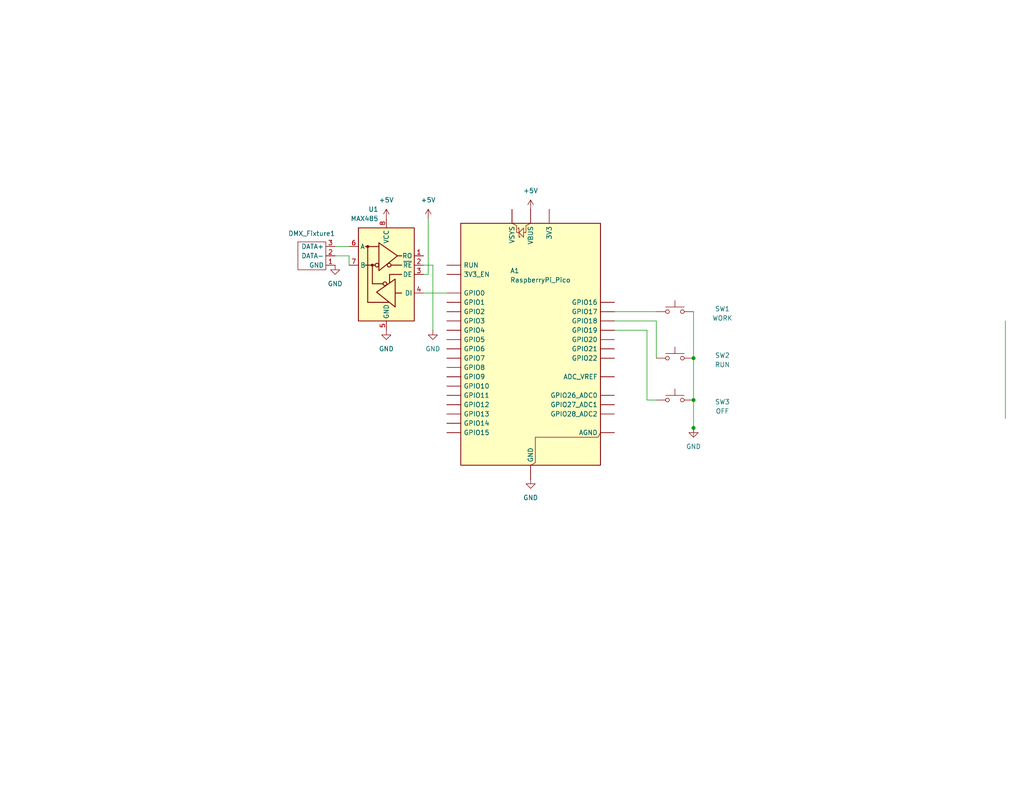
<source format=kicad_sch>
(kicad_sch (version 20250114) (generator "eeschema") (generator_version "9.0")
  (paper "USLetter")
  (title_block (title "Pico DMX Panel") (date "2025-12-05") (company "Eric Smith/FHMS Stage Crew"))
  (lib_symbols
    (symbol "Eric_Smith:DMX_Fixture"
      (property "Reference" "DMX_Fixture" (at 0.254 6.35 0))
      (symbol "DMX_Fixture_0_1"
        (rectangle (start -2.54 3.81) (end 5.08 -3.81))
      )
      (symbol "DMX_Fixture_1_1"
        (pin input line (at -5.08 2.54 0) (length 2.54) (name "DATA+") (number "3"))
        (pin input line (at -5.08 0 0) (length 2.54) (name "DATA-") (number "2"))
        (pin input line (at -5.08 -2.54 0) (length 2.54) (name "GND") (number "1"))
      )
    )
    (symbol "Interface_UART:MAX485E"
      (property "Reference" "U" (at -6.985 13.97 0))
      (property "Value" "MAX485E" (at 1.905 13.97 0))
      (symbol "MAX485E_0_1"
        (rectangle (start -7.62 12.7) (end 7.62 -12.7) (stroke (width 0.254)) (fill (type background)))
        (polyline (pts (xy -4.191 2.54) (xy -1.27 2.54)) (stroke (width 0.254)))
        (polyline (pts (xy -4.191 0) (xy -0.889 0) (xy -0.889 -2.286)) (stroke (width 0.254)))
        (polyline (pts (xy -3.175 5.08) (xy -4.191 5.08) (xy -4.064 5.08)) (stroke (width 0.254)))
        (polyline (pts (xy -2.54 -5.08) (xy -4.191 -5.08)) (stroke (width 0.254)))
        (polyline (pts (xy -2.413 -5.08) (xy -2.413 -1.27) (xy 2.667 -4.826) (xy -2.413 -8.89) (xy -2.413 -5.08)) (stroke (width 0.254)))
        (polyline (pts (xy -0.635 -7.62) (xy 5.08 -7.62)) (stroke (width 0.254)))
        (circle (center 0.381 -2.54) (radius 0.508) (stroke (width 0.254)))
        (polyline (pts (xy 0.889 -2.54) (xy 3.81 -2.54)) (stroke (width 0.254)))
        (polyline (pts (xy 2.032 7.62) (xy 5.715 7.62)) (stroke (width 0.254)))
        (polyline (pts (xy 3.048 2.54) (xy 5.715 2.54)) (stroke (width 0.254)))
        (circle (center 3.81 2.54) (radius 0.2794) (stroke (width 0.254)) (fill (type outline)))
        (polyline (pts (xy 3.81 -2.54) (xy 3.81 2.54)) (stroke (width 0.254)))
        (polyline (pts (xy 5.08 -7.62) (xy 5.08 7.62)) (stroke (width 0.254)))
      )
      (symbol "MAX485E_1_1"
        (circle (center -0.762 2.54) (radius 0.508) (stroke (width 0.254)))
        (polyline (pts (xy 2.032 4.826) (xy 2.032 8.636) (xy -3.048 5.08) (xy 2.032 1.016) (xy 2.032 4.826)) (stroke (width 0.254)))
        (circle (center 2.54 2.54) (radius 0.508) (stroke (width 0.254)))
        (circle (center 5.08 7.62) (radius 0.2794) (stroke (width 0.254)) (fill (type outline)))
        (pin output line (at -10.16 5.08 0) (length 2.54) (name "RO") (number "1"))
        (pin input line (at -10.16 2.54 0) (length 2.54) (name "~{RE}") (number "2"))
        (pin input line (at -10.16 0 0) (length 2.54) (name "DE") (number "3"))
        (pin input line (at -10.16 -5.08 0) (length 2.54) (name "DI") (number "4"))
        (pin power_in line (at 0 15.24 270) (length 2.54) (name "VCC") (number "8"))
        (pin power_in line (at 0 -15.24 90) (length 2.54) (name "GND") (number "5"))
        (pin bidirectional line (at 10.16 7.62 180) (length 2.54) (name "A") (number "6"))
        (pin bidirectional line (at 10.16 2.54 180) (length 2.54) (name "B") (number "7"))
      )
    )
    (symbol "MCU_Module:RaspberryPi_Pico" (pin_numbers (hide yes)) (pin_names (offset 0.762))
      (property "Reference" "A" (at -19.05 35.56 0))
      (property "Value" "RaspberryPi_Pico" (at 7.62 35.56 0))
      (symbol "RaspberryPi_Pico_0_1"
        (rectangle (start -19.05 34.29) (end 19.05 -31.75) (stroke (width 0.254)) (fill (type background)))
        (polyline (pts (xy -5.08 34.29) (xy -3.81 33.655) (xy -3.81 31.75) (xy -3.175 31.75)))
        (polyline (pts (xy -3.429 32.766) (xy -3.429 33.02) (xy -3.175 33.02) (xy -3.175 30.48) (xy -2.921 30.48) (xy -2.921 30.734)))
        (polyline (pts (xy -3.175 31.75) (xy -1.905 33.02) (xy -1.905 30.48) (xy -3.175 31.75)))
        (polyline (pts (xy 0 34.29) (xy -1.27 33.655) (xy -1.27 31.75) (xy -1.905 31.75)))
        (polyline (pts (xy 0 -31.75) (xy 1.27 -31.115) (xy 1.27 -24.13) (xy 18.415 -24.13) (xy 19.05 -22.86)))
      )
      (symbol "RaspberryPi_Pico_1_1"
        (pin passive line (at -22.86 22.86 0) (length 3.81) (name "RUN") (number "30"))
        (pin passive line (at -22.86 20.32 0) (length 3.81) (name "3V3_EN") (number "37"))
        (pin bidirectional line (at -22.86 15.24 0) (length 3.81) (name "GPIO0") (number "1"))
        (pin bidirectional line (at -22.86 12.7 0) (length 3.81) (name "GPIO1") (number "2"))
        (pin bidirectional line (at -22.86 10.16 0) (length 3.81) (name "GPIO2") (number "4"))
        (pin bidirectional line (at -22.86 7.62 0) (length 3.81) (name "GPIO3") (number "5"))
        (pin bidirectional line (at -22.86 5.08 0) (length 3.81) (name "GPIO4") (number "6"))
        (pin bidirectional line (at -22.86 2.54 0) (length 3.81) (name "GPIO5") (number "7"))
        (pin bidirectional line (at -22.86 0 0) (length 3.81) (name "GPIO6") (number "9"))
        (pin bidirectional line (at -22.86 -2.54 0) (length 3.81) (name "GPIO7") (number "10"))
        (pin bidirectional line (at -22.86 -5.08 0) (length 3.81) (name "GPIO8") (number "11"))
        (pin bidirectional line (at -22.86 -7.62 0) (length 3.81) (name "GPIO9") (number "12"))
        (pin bidirectional line (at -22.86 -10.16 0) (length 3.81) (name "GPIO10") (number "14"))
        (pin bidirectional line (at -22.86 -12.7 0) (length 3.81) (name "GPIO11") (number "15"))
        (pin bidirectional line (at -22.86 -15.24 0) (length 3.81) (name "GPIO12") (number "16"))
        (pin bidirectional line (at -22.86 -17.78 0) (length 3.81) (name "GPIO13") (number "17"))
        (pin bidirectional line (at -22.86 -20.32 0) (length 3.81) (name "GPIO14") (number "19"))
        (pin bidirectional line (at -22.86 -22.86 0) (length 3.81) (name "GPIO15") (number "20"))
        (pin power_in line (at -5.08 38.1 270) (length 3.81) (name "VSYS") (number "39"))
        (pin power_out line (at 0 38.1 270) (length 3.81) (name "VBUS") (number "40"))
        (pin passive line (at 0 -35.56 90) (length 3.81) (hide yes) (name "GND") (number "13"))
        (pin passive line (at 0 -35.56 90) (length 3.81) (hide yes) (name "GND") (number "18"))
        (pin passive line (at 0 -35.56 90) (length 3.81) (hide yes) (name "GND") (number "23"))
        (pin passive line (at 0 -35.56 90) (length 3.81) (hide yes) (name "GND") (number "28"))
        (pin power_out line (at 0 -35.56 90) (length 3.81) (name "GND") (number "3"))
        (pin passive line (at 0 -35.56 90) (length 3.81) (hide yes) (name "GND") (number "38"))
        (pin passive line (at 0 -35.56 90) (length 3.81) (hide yes) (name "GND") (number "8"))
        (pin power_out line (at 5.08 38.1 270) (length 3.81) (name "3V3") (number "36"))
        (pin bidirectional line (at 22.86 12.7 180) (length 3.81) (name "GPIO16") (number "21"))
        (pin bidirectional line (at 22.86 10.16 180) (length 3.81) (name "GPIO17") (number "22"))
        (pin bidirectional line (at 22.86 7.62 180) (length 3.81) (name "GPIO18") (number "24"))
        (pin bidirectional line (at 22.86 5.08 180) (length 3.81) (name "GPIO19") (number "25"))
        (pin bidirectional line (at 22.86 2.54 180) (length 3.81) (name "GPIO20") (number "26"))
        (pin bidirectional line (at 22.86 0 180) (length 3.81) (name "GPIO21") (number "27"))
        (pin bidirectional line (at 22.86 -2.54 180) (length 3.81) (name "GPIO22") (number "29"))
        (pin power_in line (at 22.86 -7.62 180) (length 3.81) (name "ADC_VREF") (number "35"))
        (pin bidirectional line (at 22.86 -12.7 180) (length 3.81) (name "GPIO26_ADC0") (number "31"))
        (pin bidirectional line (at 22.86 -15.24 180) (length 3.81) (name "GPIO27_ADC1") (number "32"))
        (pin bidirectional line (at 22.86 -17.78 180) (length 3.81) (name "GPIO28_ADC2") (number "34"))
        (pin power_out line (at 22.86 -22.86 180) (length 3.81) (name "AGND") (number "33"))
      )
    )
    (symbol "Switch:SW_Push" (pin_numbers (hide yes)) (pin_names (offset 1.016) (hide yes))
      (property "Reference" "SW" (at 1.27 2.54 0))
      (property "Value" "SW_Push" (at 0 -1.524 0))
      (symbol "SW_Push_0_1"
        (circle (center -2.032 0) (radius 0.508))
        (polyline (pts (xy 0 1.27) (xy 0 3.048)))
        (circle (center 2.032 0) (radius 0.508))
        (polyline (pts (xy 2.54 1.27) (xy -2.54 1.27)))
        (pin passive line (at -5.08 0 0) (length 2.54) (name "1") (number "1"))
        (pin passive line (at 5.08 0 180) (length 2.54) (name "2") (number "2"))
      )
    )
    (symbol "power:+5V" (power) (pin_numbers (hide yes)) (pin_names (offset 0) (hide yes))
      (property "Value" "+5V" (at 0 3.556 0))
      (symbol "+5V_0_1"
        (polyline (pts (xy -0.762 1.27) (xy 0 2.54)))
        (polyline (pts (xy 0 2.54) (xy 0.762 1.27)))
        (polyline (pts (xy 0 0) (xy 0 2.54)))
      )
      (symbol "+5V_1_1"
        (pin power_in line (at 0 0 90) (length 0) (name "~") (number "1"))
      )
    )
    (symbol "power:GND" (power) (pin_numbers (hide yes)) (pin_names (offset 0) (hide yes))
      (property "Value" "GND" (at 0 -3.81 0))
      (symbol "GND_0_1"
        (polyline (pts (xy 0 0) (xy 0 -1.27) (xy 1.27 -1.27) (xy 0 -2.54) (xy -1.27 -1.27) (xy 0 -1.27)))
      )
      (symbol "GND_1_1"
        (pin power_in line (at 0 0 270) (length 0) (name "~") (number "1"))
      )
    )
  )
  (junction (at 189.23 97.79))
  (junction (at 189.23 116.84))
  (junction (at 189.23 109.22))
  (wire (pts (xy 115.57 72.39) (xy 118.11 72.39)))
  (wire (pts (xy 95.25 72.39) (xy 95.25 69.85)))
  (wire (pts (xy 189.23 85.09) (xy 189.23 97.79)))
  (wire (pts (xy 176.53 109.22) (xy 176.53 90.17)))
  (wire (pts (xy 179.07 97.79) (xy 179.07 87.63)))
  (wire (pts (xy 95.25 69.85) (xy 91.44 69.85)))
  (wire (pts (xy 115.57 80.01) (xy 121.92 80.01)))
  (wire (pts (xy 274.32 114.3) (xy 274.32 87.63)))
  (wire (pts (xy 118.11 72.39) (xy 118.11 90.17)))
  (wire (pts (xy 167.64 85.09) (xy 179.07 85.09)))
  (wire (pts (xy 116.84 74.93) (xy 116.84 59.69)))
  (wire (pts (xy 176.53 109.22) (xy 179.07 109.22)))
  (wire (pts (xy 179.07 87.63) (xy 167.64 87.63)))
  (wire (pts (xy 189.23 119.38) (xy 189.23 116.84)))
  (wire (pts (xy 95.25 67.31) (xy 91.44 67.31)))
  (wire (pts (xy 189.23 97.79) (xy 189.23 109.22)))
  (wire (pts (xy 115.57 74.93) (xy 116.84 74.93)))
  (wire (pts (xy 176.53 90.17) (xy 167.64 90.17)))
  (wire (pts (xy 284.48 105.41) (xy 284.48 85.09)))
  (wire (pts (xy 189.23 109.22) (xy 189.23 116.84)))
  (symbol (lib_id "power:GND") (at 105.41 90.17 0) (mirror y) (unit 1)
    (property "Reference" "#PWR04" (effects (hide yes)))
    (property "Value" "GND" (at 105.41 95.25 0))
    (property "Description" "Power symbol creates a global label with name \"GND\" , ground" (effects (hide yes)))
  )
  (symbol (lib_id "power:GND") (at 144.78 130.81 0) (unit 1)
    (property "Reference" "#PWR02" (effects (hide yes)))
    (property "Value" "GND" (at 144.78 135.89 0))
    (property "Description" "Power symbol creates a global label with name \"GND\" , ground" (effects (hide yes)))
  )
  (symbol (lib_id "Switch:SW_Push") (at 184.15 85.09 0) (unit 1)
    (property "Reference" "SW1" (at 197.104 84.328 0))
    (property "Value" "WORK" (at 197.104 86.868 0))
    (property "Description" "Push button switch, generic, two pins" (effects (hide yes)))
  )
  (symbol (lib_id "Switch:SW_Push") (at 184.15 109.22 0) (unit 1)
    (property "Reference" "SW3" (at 197.104 109.728 0))
    (property "Value" "OFF" (at 197.104 112.268 0))
    (property "Description" "Push button switch, generic, two pins" (effects (hide yes)))
  )
  (symbol (lib_id "power:GND") (at 91.44 72.39 0) (mirror y) (unit 1)
    (property "Reference" "#PWR05" (effects (hide yes)))
    (property "Value" "GND" (at 91.44 77.47 0))
    (property "Description" "Power symbol creates a global label with name \"GND\" , ground" (effects (hide yes)))
  )
  (symbol (lib_id "power:+5V") (at 105.41 59.69 0) (mirror y) (unit 1)
    (property "Reference" "#PWR03" (effects (hide yes)))
    (property "Value" "+5V" (at 105.41 54.61 0))
    (property "Description" "Power symbol creates a global label with name \"+5V\"" (effects (hide yes)))
  )
  (symbol (lib_id "Eric_Smith:DMX_Fixture") (at 86.36 69.85 0) (mirror y) (unit 1)
    (property "Reference" "DMX_Fixture1" (at 91.44 63.754 0) (effects (justify left)))
  )
  (symbol (lib_id "Switch:SW_Push") (at 184.15 97.79 0) (unit 1)
    (property "Reference" "SW2" (at 197.104 97.028 0))
    (property "Value" "RUN" (at 197.104 99.568 0))
    (property "Description" "Push button switch, generic, two pins" (effects (hide yes)))
  )
  (symbol (lib_id "Interface_UART:MAX485E") (at 105.41 74.93 0) (mirror y) (unit 1)
    (property "Reference" "U1" (at 103.2667 57.15 0) (effects (justify left)))
    (property "Value" "MAX485" (at 103.2667 59.69 0) (effects (justify left)))
    (property "Footprint" "Package_SO:SOIC-8_3.9x4.9mm_P1.27mm" (effects (hide yes)))
    (property "Datasheet" "https://datasheets.maximintegrated.com/en/ds/MAX1487E-MAX491E.pdf" (effects (hide yes)))
    (property "Description" "Half duplex RS-485/RS-422, 2.5 Mbps, ±15kV electro-static discharge (ESD) protection, no slew-rate, no low-power shutdown, with receiver/driver enable, 32 receiver drive capability, DIP-8 and SOIC-8" (effects (hide yes)))
  )
  (symbol (lib_id "power:GND") (at 118.11 90.17 0) (mirror y) (unit 1)
    (property "Reference" "#PWR09" (effects (hide yes)))
    (property "Value" "GND" (at 118.11 95.25 0))
    (property "Description" "Power symbol creates a global label with name \"GND\" , ground" (effects (hide yes)))
  )
  (symbol (lib_id "power:+5V") (at 116.84 59.69 0) (mirror y) (unit 1)
    (property "Reference" "#PWR010" (effects (hide yes)))
    (property "Value" "+5V" (at 116.84 54.61 0))
    (property "Description" "Power symbol creates a global label with name \"+5V\"" (effects (hide yes)))
  )
  (symbol (lib_id "power:+5V") (at 144.78 57.15 0) (unit 1)
    (property "Reference" "#PWR01" (effects (hide yes)))
    (property "Value" "+5V" (at 144.78 52.07 0))
    (property "Description" "Power symbol creates a global label with name \"+5V\"" (effects (hide yes)))
  )
  (symbol (lib_id "power:GND") (at 189.23 116.84 0) (unit 1)
    (property "Reference" "#PWR06" (effects (hide yes)))
    (property "Value" "GND" (at 189.23 121.92 0))
    (property "Description" "Power symbol creates a global label with name \"GND\" , ground" (effects (hide yes)))
  )
  (symbol (lib_id "MCU_Module:RaspberryPi_Pico") (at 144.78 95.25 0) (unit 1)
    (property "Reference" "A1" (at 139.192 73.914 0) (effects (justify left)))
    (property "Value" "RaspberryPi_Pico" (at 139.192 76.454 0) (effects (justify left)))
    (property "Footprint" "Module:RaspberryPi_Pico_Common_Unspecified" (effects (hide yes)))
    (property "Datasheet" "https://datasheets.raspberrypi.com/pico/pico-datasheet.pdf" (effects (hide yes)))
    (property "Description" "Versatile and inexpensive microcontroller module powered by RP2040 dual-core Arm Cortex-M0+ processor up to 133 MHz, 264kB SRAM, 2MB QSPI flash; also supports Raspberry Pi Pico 2" (effects (hide yes)))
  )
)
</source>
